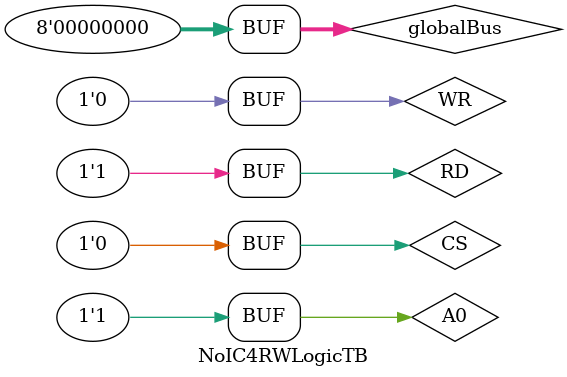
<source format=v>
module RWLogic (
input [7:0] globalBus, // 8-bit global bus
input A0, // Indicates for the command words
input CS, // Chip select (active low)
input WR, // Write signal (active low)
input RD, // Read signal (active low)
output reg [7:0] ICW1, // ICW1 register
output reg [7:0] ICW2, // ICW2 register
output reg [7:0] ICW3, // ICW3 register
output reg [7:0] ICW4, // ICW4 register
output reg [7:0] OCW1, // OCW1 register
output reg [7:0] OCW2, // OCW2 register
output reg [7:0] OCW3, // OCW3 register
output reg [3:0] ICWFlags, // ICW flags to check if ICW1, ICW2, ICW3, ICW4 have been written to
output shouldInitiateFlags // flag to indicate if ICWFlags should be reset
);

wire chipSelected = ~CS;
wire writeSignal = ~RD;
wire readSignal = ~WR;

// initialize registers ICWFlags to 0
assign shouldInitiateFlags = ~A0 && globalBus[4] && chipSelected && readSignal;
always @(A0) begin
    if (shouldInitiateFlags) begin
        ICWFlags <= 0;
    end
end

// assign values to ICW registers
always @(globalBus or A0) begin
    // ICW1 is special case since it's the first command word
    if(shouldInitiateFlags) begin
        ICW1 <= globalBus;
        ICWFlags[0] <= 1;
        // handle case where ICW3 is not needed
        if(globalBus[1]) begin
            ICWFlags[2] <= 1;
        end
        // handle case where ICW4 is not needed
        if(~globalBus[0]) begin
            ICWFlags[3] <= 1;
        end
    end

    if(chipSelected && readSignal && ~&ICWFlags) begin
        if(A0 && ICWFlags[0] && ~ICWFlags[1]) begin
            ICW2 <= globalBus;
            ICWFlags[1] <= 1;
        end
        if(A0 && ICWFlags[0] && ICWFlags[1] && ~ICWFlags[2]) begin
            ICW3 <= globalBus;
            ICWFlags[2] <= 1;
        end
        if(A0 && ICWFlags[0] && ICWFlags[1] && ICWFlags[2] && ~ICWFlags[3]) begin
            ICW4 <= globalBus;
            ICWFlags[3] <= 1;
        end
    end
end

// assign values to OCW registers
always @(globalBus or A0) begin
    if(chipSelected && readSignal && &ICWFlags) begin
        if(A0) begin
            OCW1 <= globalBus;
        end
        if(~A0 && ~globalBus[3]) begin
            OCW2 <= globalBus;
        end
        if(~A0 && globalBus[3]) begin
            OCW3 <= globalBus;
        end
    end
end

endmodule


module RWLogicTB;
reg [7:0] globalBus;
reg A0;
reg CS = 1'b1;
reg WR = 1'b1;
reg RD = 1'b1;
wire [7:0] ICW1;
wire [7:0] ICW2;
wire [7:0] ICW3;
wire [7:0] ICW4;
wire [7:0] OCW1;
wire [7:0] OCW2;
wire [7:0] OCW3;
wire [3:0] ICWFlags;

RWLogic rwLogic(
.globalBus(globalBus),
.A0(A0),
.CS(CS),
.WR(WR),
.RD(RD),
.ICW1(ICW1),
.ICW2(ICW2),
.ICW3(ICW3),
.ICW4(ICW4),
.OCW1(OCW1),
.OCW2(OCW2),
.OCW3(OCW3),
.ICWFlags(ICWFlags)
);

initial begin
    CS = 1'b0;
    WR = 1'b0;
    globalBus <= 8'b00010001;
    A0 <= 1'b0;
    #10
    A0 <= 1'b1;
    globalBus <= 8'b00000000;
    #10
    A0 <= 1'b1;
    globalBus <= 8'b00000001;
    #10;
    A0 <= 1'b1;
    globalBus <= 8'b00100001;
    #10;
    // now all the ICW registers should be set
    // now we can test the OCW registers
    // start with OCW2 to show that they aren't ordered
    A0 <= 1'b0;
    globalBus <= 8'b00000000;
    #10;
    A0 <= 1'b0;
    globalBus <= 8'b00001001;
    #10;
    A0 <= 1'b0;
    globalBus <= 8'b00000001;
    #10;
    A0 <= 1'b1;
    globalBus <= 8'b00000000;
end
endmodule

module NoIC4RWLogicTB;
reg [7:0] globalBus;
reg A0;
reg CS = 1'b1;
reg WR = 1'b1;
reg RD = 1'b1;
wire [7:0] ICW1;
wire [7:0] ICW2;
wire [7:0] ICW3;
wire [7:0] ICW4;
wire [7:0] OCW1;
wire [7:0] OCW2;
wire [7:0] OCW3;
wire [3:0] ICWFlags;

RWLogic rwLogic(
.globalBus(globalBus),
.A0(A0),
.CS(CS),
.WR(WR),
.RD(RD),
.ICW1(ICW1),
.ICW2(ICW2),
.ICW3(ICW3),
.ICW4(ICW4),
.OCW1(OCW1),
.OCW2(OCW2),
.OCW3(OCW3),
.ICWFlags(ICWFlags)
);

initial begin
    CS = 1'b0;
    WR = 1'b0;
    globalBus <= 8'b00010000;
    A0 <= 1'b0;
    #10
    A0 <= 1'b1;
    globalBus <= 8'b00000000;
    #10
    A0 <= 1'b1;
    globalBus <= 8'b00000001;
    #10;
    // now all the ICW registers should be set
    // now we can test the OCW registers
    // start with OCW2 to show that they aren't ordered
    A0 <= 1'b0;
    globalBus <= 8'b00000000;
    #10;
    A0 <= 1'b0;
    globalBus <= 8'b00001001;
    #10;
    A0 <= 1'b0;
    globalBus <= 8'b00000001;
    #10;
    A0 <= 1'b1;
    globalBus <= 8'b00000000;
end
endmodule

</source>
